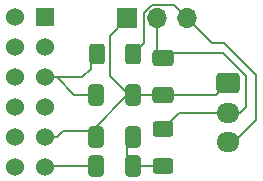
<source format=gbr>
%TF.GenerationSoftware,KiCad,Pcbnew,8.0.3*%
%TF.CreationDate,2024-07-01T13:17:50-05:00*%
%TF.ProjectId,Cartpole_ADC_interface,43617274-706f-46c6-955f-4144435f696e,rev?*%
%TF.SameCoordinates,Original*%
%TF.FileFunction,Copper,L1,Top*%
%TF.FilePolarity,Positive*%
%FSLAX46Y46*%
G04 Gerber Fmt 4.6, Leading zero omitted, Abs format (unit mm)*
G04 Created by KiCad (PCBNEW 8.0.3) date 2024-07-01 13:17:50*
%MOMM*%
%LPD*%
G01*
G04 APERTURE LIST*
G04 Aperture macros list*
%AMRoundRect*
0 Rectangle with rounded corners*
0 $1 Rounding radius*
0 $2 $3 $4 $5 $6 $7 $8 $9 X,Y pos of 4 corners*
0 Add a 4 corners polygon primitive as box body*
4,1,4,$2,$3,$4,$5,$6,$7,$8,$9,$2,$3,0*
0 Add four circle primitives for the rounded corners*
1,1,$1+$1,$2,$3*
1,1,$1+$1,$4,$5*
1,1,$1+$1,$6,$7*
1,1,$1+$1,$8,$9*
0 Add four rect primitives between the rounded corners*
20,1,$1+$1,$2,$3,$4,$5,0*
20,1,$1+$1,$4,$5,$6,$7,0*
20,1,$1+$1,$6,$7,$8,$9,0*
20,1,$1+$1,$8,$9,$2,$3,0*%
G04 Aperture macros list end*
%TA.AperFunction,ComponentPad*%
%ADD10R,1.700000X1.700000*%
%TD*%
%TA.AperFunction,ComponentPad*%
%ADD11O,1.700000X1.700000*%
%TD*%
%TA.AperFunction,SMDPad,CuDef*%
%ADD12RoundRect,0.250000X-0.412500X-0.650000X0.412500X-0.650000X0.412500X0.650000X-0.412500X0.650000X0*%
%TD*%
%TA.AperFunction,ComponentPad*%
%ADD13R,1.524000X1.524000*%
%TD*%
%TA.AperFunction,ComponentPad*%
%ADD14C,1.524000*%
%TD*%
%TA.AperFunction,SMDPad,CuDef*%
%ADD15RoundRect,0.250000X0.650000X-0.412500X0.650000X0.412500X-0.650000X0.412500X-0.650000X-0.412500X0*%
%TD*%
%TA.AperFunction,SMDPad,CuDef*%
%ADD16RoundRect,0.250000X0.400000X0.625000X-0.400000X0.625000X-0.400000X-0.625000X0.400000X-0.625000X0*%
%TD*%
%TA.AperFunction,ComponentPad*%
%ADD17RoundRect,0.250000X-0.725000X0.600000X-0.725000X-0.600000X0.725000X-0.600000X0.725000X0.600000X0*%
%TD*%
%TA.AperFunction,ComponentPad*%
%ADD18O,1.950000X1.700000*%
%TD*%
%TA.AperFunction,SMDPad,CuDef*%
%ADD19RoundRect,0.250000X-0.625000X0.400000X-0.625000X-0.400000X0.625000X-0.400000X0.625000X0.400000X0*%
%TD*%
%TA.AperFunction,Conductor*%
%ADD20C,0.200000*%
%TD*%
G04 APERTURE END LIST*
D10*
%TO.P,J2,1,Pin_1*%
%TO.N,GND*%
X100000000Y-90000000D03*
D11*
%TO.P,J2,2,Pin_2*%
%TO.N,Net-(J1-Pin_2)*%
X102540000Y-90000000D03*
%TO.P,J2,3,Pin_3*%
%TO.N,Net-(J1-Pin_3)*%
X105080000Y-90000000D03*
%TD*%
D12*
%TO.P,C3,1*%
%TO.N,Net-(JA1-Pin_3)*%
X97375000Y-96500000D03*
%TO.P,C3,2*%
%TO.N,GND*%
X100500000Y-96500000D03*
%TD*%
D13*
%TO.P,JA1,1,Pin_1*%
%TO.N,unconnected-(JA1-Pin_1-Pad1)*%
X93040000Y-89920000D03*
D14*
%TO.P,JA1,2,Pin_2*%
%TO.N,unconnected-(JA1-Pin_2-Pad2)*%
X93040000Y-92460000D03*
%TO.P,JA1,3,Pin_3*%
%TO.N,Net-(JA1-Pin_3)*%
X93040000Y-95000000D03*
%TO.P,JA1,4,Pin_4*%
%TO.N,unconnected-(JA1-Pin_4-Pad4)*%
X93040000Y-97540000D03*
%TO.P,JA1,5,Pin_5*%
%TO.N,GND*%
X93040000Y-100080000D03*
%TO.P,JA1,6,Pin_6*%
%TO.N,Net-(JA1-Pin_6)*%
X93040000Y-102620000D03*
%TO.P,JA1,7,Pin_7*%
%TO.N,unconnected-(JA1-Pin_7-Pad7)*%
X90500000Y-89920000D03*
%TO.P,JA1,8,Pin_8*%
%TO.N,unconnected-(JA1-Pin_8-Pad8)*%
X90500000Y-92460000D03*
%TO.P,JA1,9,Pin_9*%
%TO.N,unconnected-(JA1-Pin_9-Pad9)*%
X90500000Y-95000000D03*
%TO.P,JA1,10,Pin_10*%
%TO.N,unconnected-(JA1-Pin_10-Pad10)*%
X90500000Y-97540000D03*
%TO.P,JA1,11,Pin_11*%
%TO.N,unconnected-(JA1-Pin_11-Pad11)*%
X90500000Y-100080000D03*
%TO.P,JA1,12,Pin_12*%
%TO.N,unconnected-(JA1-Pin_12-Pad12)*%
X90500000Y-102620000D03*
%TD*%
D15*
%TO.P,C2,1*%
%TO.N,GND*%
X103000000Y-96500000D03*
%TO.P,C2,2*%
%TO.N,Net-(J1-Pin_2)*%
X103000000Y-93375000D03*
%TD*%
D16*
%TO.P,R2,1*%
%TO.N,Net-(J1-Pin_3)*%
X100500000Y-93000000D03*
%TO.P,R2,2*%
%TO.N,Net-(JA1-Pin_3)*%
X97400000Y-93000000D03*
%TD*%
D17*
%TO.P,J1,1,Pin_1*%
%TO.N,GND*%
X108500000Y-95500000D03*
D18*
%TO.P,J1,2,Pin_2*%
%TO.N,Net-(J1-Pin_2)*%
X108500000Y-98000000D03*
%TO.P,J1,3,Pin_3*%
%TO.N,Net-(J1-Pin_3)*%
X108500000Y-100500000D03*
%TD*%
D12*
%TO.P,C1,1*%
%TO.N,GND*%
X97375000Y-100000000D03*
%TO.P,C1,2*%
%TO.N,Net-(C1-Pad2)*%
X100500000Y-100000000D03*
%TD*%
%TO.P,FB1,1*%
%TO.N,Net-(JA1-Pin_6)*%
X97375000Y-102500000D03*
%TO.P,FB1,2*%
%TO.N,Net-(C1-Pad2)*%
X100500000Y-102500000D03*
%TD*%
D19*
%TO.P,R1,1*%
%TO.N,Net-(J1-Pin_2)*%
X103000000Y-99400000D03*
%TO.P,R1,2*%
%TO.N,Net-(C1-Pad2)*%
X103000000Y-102500000D03*
%TD*%
D20*
%TO.N,Net-(C1-Pad2)*%
X100000000Y-102500000D02*
X100000000Y-99625000D01*
X100000000Y-99625000D02*
X100125000Y-99500000D01*
X103000000Y-102500000D02*
X100000000Y-102500000D01*
%TO.N,GND*%
X100125000Y-96500000D02*
X100000000Y-96500000D01*
X100000000Y-96500000D02*
X97000000Y-99500000D01*
X98500000Y-91500000D02*
X98500000Y-94875000D01*
X103000000Y-96500000D02*
X107500000Y-96500000D01*
X100000000Y-90000000D02*
X98500000Y-91500000D01*
X97000000Y-99500000D02*
X94580000Y-99500000D01*
X94580000Y-99500000D02*
X94040000Y-100040000D01*
X94040000Y-100040000D02*
X93080000Y-100040000D01*
X100125000Y-96500000D02*
X103000000Y-96500000D01*
X98500000Y-94875000D02*
X100125000Y-96500000D01*
X93080000Y-100040000D02*
X93040000Y-100080000D01*
X107500000Y-96500000D02*
X108500000Y-95500000D01*
%TO.N,Net-(J1-Pin_3)*%
X101390000Y-92110000D02*
X100500000Y-93000000D01*
X101390000Y-89523654D02*
X101390000Y-92110000D01*
X110900000Y-98600000D02*
X110900000Y-94834314D01*
X108500000Y-100500000D02*
X109000000Y-100500000D01*
X102063654Y-88850000D02*
X101390000Y-89523654D01*
X107180000Y-92100000D02*
X108165686Y-92100000D01*
X100000000Y-92540000D02*
X100000000Y-93000000D01*
X109000000Y-100500000D02*
X110900000Y-98600000D01*
X110900000Y-94834314D02*
X108165686Y-92100000D01*
X103930000Y-88850000D02*
X102063654Y-88850000D01*
X105080000Y-90000000D02*
X103930000Y-88850000D01*
X105080000Y-90000000D02*
X107180000Y-92100000D01*
%TO.N,Net-(JA1-Pin_3)*%
X96900000Y-94274999D02*
X96174999Y-95000000D01*
X95500000Y-96500000D02*
X94000000Y-95000000D01*
X96900000Y-93000000D02*
X96900000Y-94274999D01*
X96174999Y-95000000D02*
X94000000Y-95000000D01*
X97000000Y-96500000D02*
X95500000Y-96500000D01*
X94000000Y-95000000D02*
X93040000Y-95000000D01*
%TO.N,Net-(JA1-Pin_6)*%
X97375000Y-102500000D02*
X93160000Y-102500000D01*
X93160000Y-102500000D02*
X93040000Y-102620000D01*
%TO.N,Net-(J1-Pin_2)*%
X102540000Y-92915000D02*
X103000000Y-93375000D01*
X110000000Y-97500000D02*
X110000000Y-94890256D01*
X102540000Y-90000000D02*
X102540000Y-92915000D01*
X104400000Y-98000000D02*
X108500000Y-98000000D01*
X110000000Y-97500000D02*
X109500000Y-98000000D01*
X109500000Y-98000000D02*
X108500000Y-98000000D01*
X103425000Y-92950000D02*
X103000000Y-93375000D01*
X103000000Y-99400000D02*
X104400000Y-98000000D01*
X108059744Y-92950000D02*
X103425000Y-92950000D01*
X110000000Y-94890256D02*
X108059744Y-92950000D01*
%TD*%
M02*

</source>
